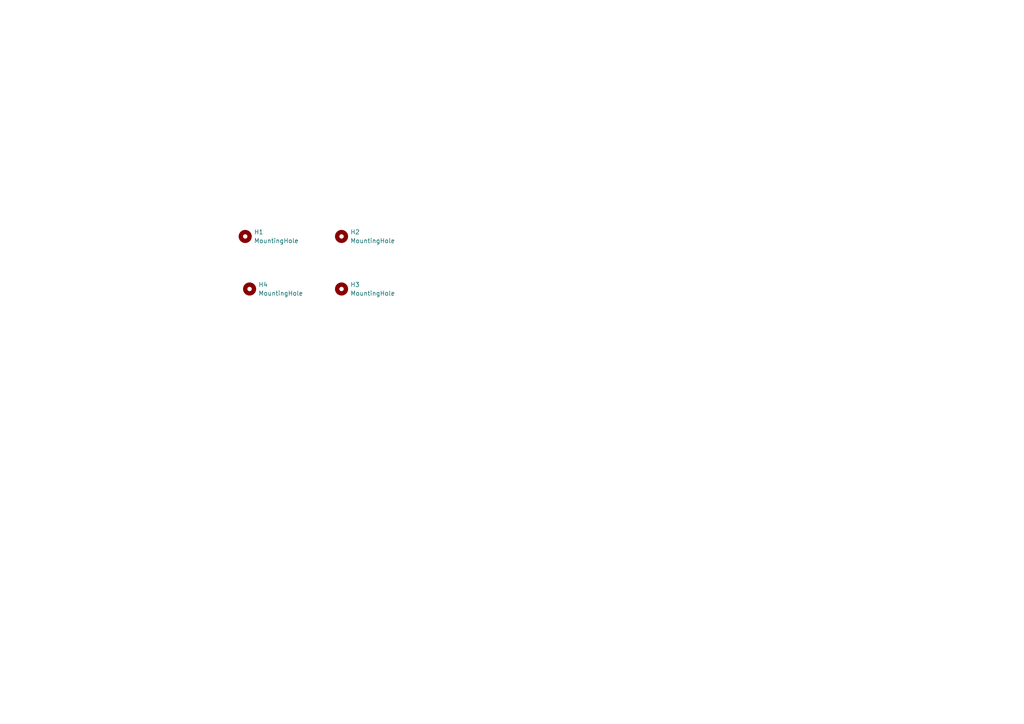
<source format=kicad_sch>
(kicad_sch (version 20250114) (generator "eeschema") (generator_version "9.0")
  (paper "A4")
  (lib_symbols
    (symbol "Mechanical:MountingHole" (pin_names (offset 1.016)) (exclude_from_sim yes) (in_bom no)
      (property "Reference" "H" (at 0 5.08 0))
      (property "Value" "MountingHole" (at 0 3.175 0))
      (symbol "MountingHole_0_1"
        (circle (center 0 0) (radius 1.27) (stroke (width 1.27)))
      )
    )
  )
  (symbol (lib_id "Mechanical:MountingHole") (at 71.12 68.58 0) (unit 1) (exclude_from_sim yes) (in_bom no)
    (property "Reference" "H1" (at 73.66 67.3099 0) (effects (justify left)))
    (property "Value" "MountingHole" (at 73.66 69.8499 0) (effects (justify left)))
    (property "Footprint" "MountingHole:MountingHole_3.5mm" (effects (hide yes)))
    (property "Description" "Mounting Hole without connection" (effects (hide yes)))
  )
  (symbol (lib_id "Mechanical:MountingHole") (at 99.06 68.58 0) (unit 1) (exclude_from_sim yes) (in_bom no)
    (property "Reference" "H2" (at 101.6 67.3099 0) (effects (justify left)))
    (property "Value" "MountingHole" (at 101.6 69.8499 0) (effects (justify left)))
    (property "Footprint" "MountingHole:MountingHole_3.5mm" (effects (hide yes)))
    (property "Description" "Mounting Hole without connection" (effects (hide yes)))
  )
  (symbol (lib_id "Mechanical:MountingHole") (at 99.06 83.82 0) (unit 1) (exclude_from_sim yes) (in_bom no)
    (property "Reference" "H3" (at 101.6 82.5499 0) (effects (justify left)))
    (property "Value" "MountingHole" (at 101.6 85.0899 0) (effects (justify left)))
    (property "Footprint" "MountingHole:MountingHole_3.5mm" (effects (hide yes)))
    (property "Description" "Mounting Hole without connection" (effects (hide yes)))
  )
  (symbol (lib_id "Mechanical:MountingHole") (at 72.39 83.82 0) (unit 1) (exclude_from_sim yes) (in_bom no)
    (property "Reference" "H4" (at 74.93 82.5499 0) (effects (justify left)))
    (property "Value" "MountingHole" (at 74.93 85.0899 0) (effects (justify left)))
    (property "Footprint" "MountingHole:MountingHole_3.5mm" (effects (hide yes)))
    (property "Description" "Mounting Hole without connection" (effects (hide yes)))
  )
)
</source>
